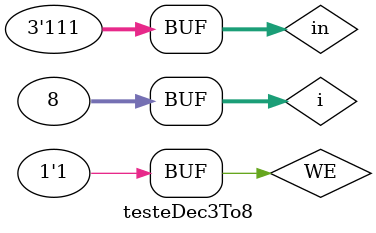
<source format=v>
/*
LAOC2 Pratica 2
21/05/2022

Caio Vinicius Pereira Silveira
Paulo Lopes Nascimento
*/
/*
	Módulo que extende um valor de 3 bits para um de 8 bits.
	Inputs: in: valor de 3 bits, WE: write enable.
	Outputs: out: saída de 8 bits.
*/
module dec3to8(in, WE, out);
	// Declaraçao de entradas e saídas.
	input [2:0] in;
	input WE;
	output reg [7:0] out;
	
	//Bloco initial inicializando a saida em 0.
	initial
	begin
		out = 8'h00;
	end
	
	// Bloco always, executado a cada entrada distinta em que o WE é ativo.
	always @(in or WE)
	begin
		if(WE)
			case(in)
				// Orientaçao da esquerda para a direita, utilizamos o oposto, porém ambos são viáveis.
				//3'b000: out = 8'b10000000;
				//3'b001: out = 8'b01000000;
				//3'b010: out = 8'b00100000;
				//3'b011: out = 8'b00010000;
				//3'b100: out = 8'b00001000;
				//3'b101: out = 8'b00000100;
				//3'b110: out = 8'b00000010;
				//3'b111: out = 8'b00000001;
				3'b000: out = 8'b00000001;
				3'b001: out = 8'b00000010;
				3'b010: out = 8'b00000100;
				3'b011: out = 8'b00001000;
				3'b100: out = 8'b00010000;
				3'b101: out = 8'b00100000;
				3'b110: out = 8'b01000000;
				3'b111: out = 8'b10000000;
			endcase
		else
			out = 8'b00000000;
		end
endmodule

/*
	Módulo de teste do módulo dec3to8.
*/
module testeDec3To8();
	// Declaraçao de entradas e saídas.
	reg [2:0] in;
	reg WE;
	wire [7:0] out;
	
	// Integer i para percorrer os bits.
	integer i;
	
	// Chamada do módulo.
	dec3to8 dut(in, WE, out);
	
	// Bloco initial para monitoramento em display.
	initial
		$monitor("Time: %0d, out: %b", $time, out);
	
	// Bloco initial com valores distintos de entrada e WE, iterando e extendendo o valor.
	initial
	begin
		in = 3'b111; WE = 1'b0; #1; //0
		in = 3'b101; WE = 1'b0; #1; //1
		in = 3'b000; WE = 1'b1; #1; //2
		for(i = 1; i<8; i = i+1) //3-8
		begin
			in = in + 1;
			#1;
		end
	end

endmodule
</source>
